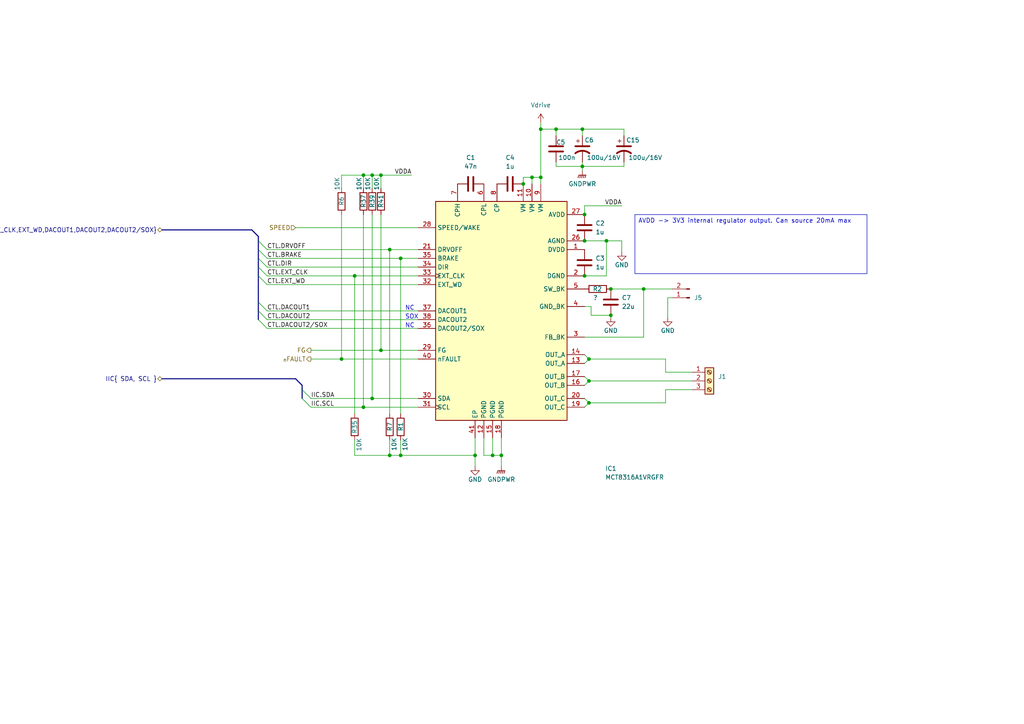
<source format=kicad_sch>
(kicad_sch (version 20231120) (generator "eeschema") (generator_version "8.0")
  (paper "A4")
  (lib_symbols
    (symbol "Connector:Conn_01x02_Pin" (pin_names (offset 1.016) hide)
      (property "Reference" "J" (at 0 2.54 0))
      (property "Value" "Conn_01x02_Pin" (at 0 -5.08 0))
      (symbol "Conn_01x02_Pin_1_1"
        (polyline (pts (xy 1.27 -2.54) (xy 0.8636 -2.54)) (stroke (width 0.1524)))
        (polyline (pts (xy 1.27 0) (xy 0.8636 0)) (stroke (width 0.1524)))
        (rectangle (start 0.8636 -2.413) (end 0 -2.667) (stroke (width 0.1524)) (fill (type outline)))
        (rectangle (start 0.8636 0.127) (end 0 -0.127) (stroke (width 0.1524)) (fill (type outline)))
        (pin passive line (at 5.08 0 180) (length 3.81) (name "Pin_1") (number "1"))
        (pin passive line (at 5.08 -2.54 180) (length 3.81) (name "Pin_2") (number "2"))
      )
    )
    (symbol "Connector:Screw_Terminal_01x03" (pin_names (offset 1.016) hide)
      (property "Reference" "J" (at 0 5.08 0))
      (property "Value" "Screw_Terminal_01x03" (at 0 -5.08 0))
      (symbol "Screw_Terminal_01x03_1_1"
        (rectangle (start -1.27 3.81) (end 1.27 -3.81) (stroke (width 0.254)) (fill (type background)))
        (circle (center 0 -2.54) (radius 0.635) (stroke (width 0.1524)))
        (polyline (pts (xy -0.5334 -2.2098) (xy 0.3302 -3.048)) (stroke (width 0.1524)))
        (polyline (pts (xy -0.5334 0.3302) (xy 0.3302 -0.508)) (stroke (width 0.1524)))
        (polyline (pts (xy -0.5334 2.8702) (xy 0.3302 2.032)) (stroke (width 0.1524)))
        (polyline (pts (xy -0.3556 -2.032) (xy 0.508 -2.8702)) (stroke (width 0.1524)))
        (polyline (pts (xy -0.3556 0.508) (xy 0.508 -0.3302)) (stroke (width 0.1524)))
        (polyline (pts (xy -0.3556 3.048) (xy 0.508 2.2098)) (stroke (width 0.1524)))
        (circle (center 0 0) (radius 0.635) (stroke (width 0.1524)))
        (circle (center 0 2.54) (radius 0.635) (stroke (width 0.1524)))
        (pin passive line (at -5.08 2.54 0) (length 3.81) (name "Pin_1") (number "1"))
        (pin passive line (at -5.08 0 0) (length 3.81) (name "Pin_2") (number "2"))
        (pin passive line (at -5.08 -2.54 0) (length 3.81) (name "Pin_3") (number "3"))
      )
    )
    (symbol "Device:C" (pin_numbers hide) (pin_names (offset 0.254))
      (property "Reference" "C" (at 0.635 2.54 0))
      (property "Value" "C" (at 0.635 -2.54 0))
      (symbol "C_0_1"
        (polyline (pts (xy -2.032 -0.762) (xy 2.032 -0.762)) (stroke (width 0.508)))
        (polyline (pts (xy -2.032 0.762) (xy 2.032 0.762)) (stroke (width 0.508)))
      )
      (symbol "C_1_1"
        (pin passive line (at 0 3.81 270) (length 2.794) (name "~") (number "1"))
        (pin passive line (at 0 -3.81 90) (length 2.794) (name "~") (number "2"))
      )
    )
    (symbol "Device:C_Polarized_US" (pin_numbers hide) (pin_names (offset 0.254) hide)
      (property "Reference" "C" (at 0.635 2.54 0))
      (property "Value" "C_Polarized_US" (at 0.635 -2.54 0))
      (symbol "C_Polarized_US_0_1"
        (polyline (pts (xy -2.032 0.762) (xy 2.032 0.762)) (stroke (width 0.508)))
        (polyline (pts (xy -1.778 2.286) (xy -0.762 2.286)))
        (polyline (pts (xy -1.27 1.778) (xy -1.27 2.794)))
        (arc (start 2.032 -1.27) (mid 0 -0.5572) (end -2.032 -1.27) (stroke (width 0.508)))
      )
      (symbol "C_Polarized_US_1_1"
        (pin passive line (at 0 3.81 270) (length 2.794) (name "~") (number "1"))
        (pin passive line (at 0 -3.81 90) (length 3.302) (name "~") (number "2"))
      )
    )
    (symbol "Device:R" (pin_numbers hide) (pin_names (offset 0))
      (property "Reference" "R" (at 2.032 0 90))
      (property "Value" "R" (at 0 0 90))
      (symbol "R_0_1"
        (rectangle (start -1.016 -2.54) (end 1.016 2.54) (stroke (width 0.254)))
      )
      (symbol "R_1_1"
        (pin passive line (at 0 3.81 270) (length 1.27) (name "~") (number "1"))
        (pin passive line (at 0 -3.81 90) (length 1.27) (name "~") (number "2"))
      )
    )
    (symbol "parts:MCT8316A1VRGFR"
      (property "Reference" "IC" (at 17.78 38.1 0))
      (property "Value" "MCT8316A1VRGFR" (at 17.78 35.56 0))
      (symbol "MCT8316A1VRGFR_1_1"
        (rectangle (start -19.05 31.75) (end 19.05 -31.75) (stroke (width 0.254)) (fill (type background)))
        (pin power_out line (at 24.13 17.78 180) (length 5.08) (name "DVDD") (number "1"))
        (pin power_in line (at 8.89 36.83 270) (length 5.08) (name "VM") (number "10"))
        (pin power_in line (at 6.35 36.83 270) (length 5.08) (name "VM") (number "11"))
        (pin power_in line (at -5.08 -36.83 90) (length 5.08) (name "PGND") (number "12"))
        (pin passive line (at 24.13 -15.24 180) (length 5.08) (name "OUT_A") (number "13"))
        (pin passive line (at 24.13 -12.7 180) (length 5.08) (name "OUT_A") (number "14"))
        (pin power_in line (at -2.54 -36.83 90) (length 5.08) (name "PGND") (number "15"))
        (pin passive line (at 24.13 -21.59 180) (length 5.08) (name "OUT_B") (number "16"))
        (pin passive line (at 24.13 -19.05 180) (length 5.08) (name "OUT_B") (number "17"))
        (pin power_in line (at 0 -36.83 90) (length 5.08) (name "PGND") (number "18"))
        (pin passive line (at 24.13 -27.94 180) (length 5.08) (name "OUT_C") (number "19"))
        (pin power_in line (at 24.13 10.16 180) (length 5.08) (name "DGND") (number "2"))
        (pin passive line (at 24.13 -25.4 180) (length 5.08) (name "OUT_C") (number "20"))
        (pin input line (at -24.13 17.78 0) (length 5.08) (name "DRVOFF") (number "21"))
        (pin no_connect line (at 43.18 -49.53 180) (length 5.08) hide (name "NC_1") (number "22"))
        (pin no_connect line (at 43.18 -46.99 180) (length 5.08) hide (name "NC_2") (number "23"))
        (pin no_connect line (at 43.18 -44.45 180) (length 5.08) hide (name "NC_3") (number "24"))
        (pin no_connect line (at 43.18 -41.91 180) (length 5.08) hide (name "NC_4") (number "25"))
        (pin power_in line (at 24.13 20.32 180) (length 5.08) (name "AGND") (number "26"))
        (pin power_out line (at 24.13 27.94 180) (length 5.08) (name "AVDD") (number "27"))
        (pin input line (at -24.13 24.13 0) (length 5.08) (name "SPEED/WAKE") (number "28"))
        (pin output line (at -24.13 -11.43 0) (length 5.08) (name "FG") (number "29"))
        (pin passive line (at 24.13 -7.62 180) (length 5.08) (name "FB_BK") (number "3"))
        (pin output line (at -24.13 -25.4 0) (length 5.08) (name "SDA") (number "30"))
        (pin input clock (at -24.13 -27.94 0) (length 5.08) (name "SCL") (number "31"))
        (pin input line (at -24.13 7.62 0) (length 5.08) (name "EXT_WD") (number "32"))
        (pin input clock (at -24.13 10.16 0) (length 5.08) (name "EXT_CLK") (number "33"))
        (pin input line (at -24.13 12.7 0) (length 5.08) (name "DIR") (number "34"))
        (pin input line (at -24.13 15.24 0) (length 5.08) (name "BRAKE") (number "35"))
        (pin output line (at -24.13 -5.08 0) (length 5.08) (name "DACOUT2/SOX") (number "36"))
        (pin output line (at -24.13 0 0) (length 5.08) (name "DACOUT1") (number "37"))
        (pin output line (at -24.13 -2.54 0) (length 5.08) (name "DACOUT2") (number "38"))
        (pin no_connect line (at 43.18 -39.37 180) (length 5.08) hide (name "NC_5") (number "39"))
        (pin power_in line (at 24.13 1.27 180) (length 5.08) (name "GND_BK") (number "4"))
        (pin output line (at -24.13 -13.97 0) (length 5.08) (name "nFAULT") (number "40"))
        (pin passive line (at -7.62 -36.83 90) (length 5.08) (name "EP") (number "41"))
        (pin passive line (at 24.13 6.35 180) (length 5.08) (name "SW_BK") (number "5"))
        (pin passive line (at -5.08 36.83 270) (length 5.08) (name "CPL") (number "6"))
        (pin passive line (at -12.7 36.83 270) (length 5.08) (name "CPH") (number "7"))
        (pin passive line (at -1.27 36.83 270) (length 5.08) (name "CP") (number "8"))
        (pin power_in line (at 11.43 36.83 270) (length 5.08) (name "VM") (number "9"))
      )
    )
    (symbol "power:GND" (power) (pin_names (offset 0))
      (property "Value" "GND" (at 0 -3.81 0))
      (symbol "GND_0_1"
        (polyline (pts (xy 0 0) (xy 0 -1.27) (xy 1.27 -1.27) (xy 0 -2.54) (xy -1.27 -1.27) (xy 0 -1.27)))
      )
      (symbol "GND_1_1"
        (pin power_in line (at 0 0 270) (length 0) hide (name "GND") (number "1"))
      )
    )
    (symbol "power:GNDPWR" (power) (pin_names (offset 0))
      (property "Value" "GNDPWR" (at 0 -3.302 0))
      (symbol "GNDPWR_0_1"
        (polyline (pts (xy 0 -1.27) (xy 0 0)))
        (polyline (pts (xy -1.016 -1.27) (xy -1.27 -2.032) (xy -1.27 -2.032)) (stroke (width 0.2032)))
        (polyline (pts (xy -0.508 -1.27) (xy -0.762 -2.032) (xy -0.762 -2.032)) (stroke (width 0.2032)))
        (polyline (pts (xy 0 -1.27) (xy -0.254 -2.032) (xy -0.254 -2.032)) (stroke (width 0.2032)))
        (polyline (pts (xy 0.508 -1.27) (xy 0.254 -2.032) (xy 0.254 -2.032)) (stroke (width 0.2032)))
        (polyline (pts (xy 1.016 -1.27) (xy -1.016 -1.27) (xy -1.016 -1.27)) (stroke (width 0.2032)))
        (polyline (pts (xy 1.016 -1.27) (xy 0.762 -2.032) (xy 0.762 -2.032) (xy 0.762 -2.032)) (stroke (width 0.2032)))
      )
      (symbol "GNDPWR_1_1"
        (pin power_in line (at 0 0 270) (length 0) hide (name "GNDPWR") (number "1"))
      )
    )
    (symbol "power:Vdrive" (power) (pin_names (offset 0))
      (property "Value" "Vdrive" (at 0 3.81 0))
      (symbol "Vdrive_0_1"
        (polyline (pts (xy -0.762 1.27) (xy 0 2.54)))
        (polyline (pts (xy 0 0) (xy 0 2.54)))
        (polyline (pts (xy 0 2.54) (xy 0.762 1.27)))
      )
      (symbol "Vdrive_1_1"
        (pin power_in line (at 0 0 90) (length 0) hide (name "Vdrive") (number "1"))
      )
    )
  )
  (junction (at 145.415 132.08))
  (junction (at 161.29 37.465))
  (junction (at 154.305 51.435))
  (junction (at 156.845 51.435))
  (junction (at 102.87 80.01))
  (junction (at 110.49 101.6))
  (junction (at 105.41 118.11))
  (junction (at 151.765 53.34))
  (junction (at 177.165 91.44))
  (junction (at 156.845 37.465))
  (junction (at 175.895 69.85))
  (junction (at 186.69 83.82))
  (junction (at 99.06 104.14))
  (junction (at 170.815 104.14))
  (junction (at 105.41 50.8))
  (junction (at 107.95 115.57))
  (junction (at 116.205 74.93))
  (junction (at 107.95 50.8))
  (junction (at 169.545 80.01))
  (junction (at 168.91 48.26))
  (junction (at 168.91 37.465))
  (junction (at 169.545 62.23))
  (junction (at 177.165 83.82))
  (junction (at 170.815 116.84))
  (junction (at 170.815 110.49))
  (junction (at 113.03 72.39))
  (junction (at 137.795 132.08))
  (junction (at 110.49 50.8))
  (junction (at 113.03 132.08))
  (junction (at 142.875 132.08))
  (junction (at 116.205 132.08))
  (junction (at 169.545 69.85))
  (bus_entry (at 74.93 92.71) (size 2.54 2.54))
  (bus_entry (at 74.93 90.17) (size 2.54 2.54))
  (bus_entry (at 74.93 72.39) (size 2.54 2.54))
  (bus_entry (at 74.93 74.93) (size 2.54 2.54))
  (bus_entry (at 74.93 87.63) (size 2.54 2.54))
  (bus_entry (at 74.93 69.85) (size 2.54 2.54))
  (bus_entry (at 87.63 115.57) (size 2.54 2.54))
  (bus_entry (at 74.93 80.01) (size 2.54 2.54))
  (bus_entry (at 74.93 77.47) (size 2.54 2.54))
  (bus_entry (at 87.63 113.03) (size 2.54 2.54))
  (wire (pts (xy 85.725 66.04) (xy 121.285 66.04)))
  (wire (pts (xy 102.87 127.635) (xy 102.87 132.08)))
  (wire (pts (xy 156.845 51.435) (xy 156.845 53.34)))
  (wire (pts (xy 137.795 127) (xy 137.795 132.08)))
  (wire (pts (xy 170.815 104.14) (xy 169.545 105.41)))
  (wire (pts (xy 107.95 62.23) (xy 107.95 115.57)))
  (wire (pts (xy 193.04 104.14) (xy 193.04 107.95)))
  (wire (pts (xy 77.47 95.25) (xy 121.285 95.25)))
  (wire (pts (xy 161.29 46.99) (xy 161.29 48.26)))
  (wire (pts (xy 77.47 77.47) (xy 121.285 77.47)))
  (wire (pts (xy 77.47 74.93) (xy 116.205 74.93)))
  (wire (pts (xy 168.91 37.465) (xy 161.29 37.465)))
  (wire (pts (xy 137.795 132.08) (xy 137.795 135.255)))
  (wire (pts (xy 154.305 53.34) (xy 154.305 51.435)))
  (wire (pts (xy 169.545 115.57) (xy 170.815 116.84)))
  (bus (pts (xy 74.93 87.63) (xy 74.93 80.01)))
  (wire (pts (xy 99.06 50.8) (xy 105.41 50.8)))
  (wire (pts (xy 156.845 35.56) (xy 156.845 37.465)))
  (wire (pts (xy 180.34 69.85) (xy 180.34 73.025)))
  (wire (pts (xy 105.41 50.8) (xy 105.41 54.61)))
  (wire (pts (xy 105.41 62.23) (xy 105.41 118.11)))
  (wire (pts (xy 107.95 50.8) (xy 107.95 54.61)))
  (wire (pts (xy 171.45 88.9) (xy 171.45 91.44)))
  (wire (pts (xy 180.975 37.465) (xy 168.91 37.465)))
  (bus (pts (xy 73.025 66.675) (xy 74.93 68.58)))
  (wire (pts (xy 110.49 50.8) (xy 119.38 50.8)))
  (bus (pts (xy 87.63 113.03) (xy 87.63 111.76)))
  (wire (pts (xy 90.17 115.57) (xy 107.95 115.57)))
  (bus (pts (xy 74.93 80.01) (xy 74.93 77.47)))
  (wire (pts (xy 116.205 74.93) (xy 121.285 74.93)))
  (wire (pts (xy 175.895 80.01) (xy 175.895 69.85)))
  (wire (pts (xy 77.47 92.71) (xy 121.285 92.71)))
  (wire (pts (xy 169.545 97.79) (xy 186.69 97.79)))
  (wire (pts (xy 105.41 50.8) (xy 107.95 50.8)))
  (bus (pts (xy 46.99 109.855) (xy 85.725 109.855)))
  (bus (pts (xy 74.93 90.17) (xy 74.93 87.63)))
  (wire (pts (xy 169.545 59.69) (xy 180.34 59.69)))
  (wire (pts (xy 161.29 48.26) (xy 168.91 48.26)))
  (wire (pts (xy 102.87 80.01) (xy 102.87 120.015)))
  (wire (pts (xy 180.975 48.26) (xy 168.91 48.26)))
  (wire (pts (xy 116.205 132.08) (xy 137.795 132.08)))
  (wire (pts (xy 99.06 54.61) (xy 99.06 50.8)))
  (wire (pts (xy 90.17 104.14) (xy 99.06 104.14)))
  (wire (pts (xy 169.545 88.9) (xy 171.45 88.9)))
  (wire (pts (xy 168.91 39.37) (xy 168.91 37.465)))
  (wire (pts (xy 170.815 104.14) (xy 193.04 104.14)))
  (bus (pts (xy 74.93 77.47) (xy 74.93 74.93)))
  (wire (pts (xy 170.815 110.49) (xy 200.66 110.49)))
  (wire (pts (xy 171.45 91.44) (xy 177.165 91.44)))
  (wire (pts (xy 90.17 118.11) (xy 105.41 118.11)))
  (wire (pts (xy 140.335 132.08) (xy 142.875 132.08)))
  (wire (pts (xy 116.205 127.635) (xy 116.205 132.08)))
  (wire (pts (xy 142.875 132.08) (xy 145.415 132.08)))
  (wire (pts (xy 113.03 72.39) (xy 121.285 72.39)))
  (wire (pts (xy 193.675 86.36) (xy 193.675 92.075)))
  (bus (pts (xy 74.93 74.93) (xy 74.93 72.39)))
  (bus (pts (xy 87.63 115.57) (xy 87.63 113.03)))
  (wire (pts (xy 169.545 102.87) (xy 170.815 104.14)))
  (wire (pts (xy 145.415 132.08) (xy 145.415 135.255)))
  (wire (pts (xy 154.305 51.435) (xy 151.765 51.435)))
  (wire (pts (xy 170.815 110.49) (xy 169.545 111.76)))
  (wire (pts (xy 194.945 86.36) (xy 193.675 86.36)))
  (wire (pts (xy 151.765 51.435) (xy 151.765 53.34)))
  (wire (pts (xy 140.335 127) (xy 140.335 132.08)))
  (wire (pts (xy 107.95 115.57) (xy 121.285 115.57)))
  (wire (pts (xy 168.91 48.26) (xy 168.91 49.53)))
  (wire (pts (xy 110.49 62.23) (xy 110.49 101.6)))
  (wire (pts (xy 168.91 48.26) (xy 168.91 46.99)))
  (wire (pts (xy 186.69 83.82) (xy 194.945 83.82)))
  (wire (pts (xy 105.41 118.11) (xy 121.285 118.11)))
  (wire (pts (xy 177.165 83.82) (xy 186.69 83.82)))
  (wire (pts (xy 180.975 46.99) (xy 180.975 48.26)))
  (wire (pts (xy 113.03 72.39) (xy 113.03 120.015)))
  (wire (pts (xy 99.06 104.14) (xy 121.285 104.14)))
  (wire (pts (xy 77.47 80.01) (xy 102.87 80.01)))
  (wire (pts (xy 156.845 37.465) (xy 156.845 51.435)))
  (wire (pts (xy 169.545 69.85) (xy 175.895 69.85)))
  (bus (pts (xy 74.93 72.39) (xy 74.93 69.85)))
  (wire (pts (xy 102.87 132.08) (xy 113.03 132.08)))
  (wire (pts (xy 193.04 107.95) (xy 200.66 107.95)))
  (wire (pts (xy 177.165 92.075) (xy 177.165 91.44)))
  (wire (pts (xy 154.305 51.435) (xy 156.845 51.435)))
  (wire (pts (xy 102.87 80.01) (xy 121.285 80.01)))
  (wire (pts (xy 169.545 109.22) (xy 170.815 110.49)))
  (wire (pts (xy 193.04 113.03) (xy 200.66 113.03)))
  (wire (pts (xy 90.17 101.6) (xy 110.49 101.6)))
  (wire (pts (xy 142.875 127) (xy 142.875 132.08)))
  (wire (pts (xy 99.06 62.23) (xy 99.06 104.14)))
  (wire (pts (xy 175.895 69.85) (xy 180.34 69.85)))
  (wire (pts (xy 169.545 80.01) (xy 175.895 80.01)))
  (wire (pts (xy 107.95 50.8) (xy 110.49 50.8)))
  (wire (pts (xy 161.29 39.37) (xy 161.29 37.465)))
  (wire (pts (xy 170.815 116.84) (xy 193.04 116.84)))
  (bus (pts (xy 46.99 66.675) (xy 73.025 66.675)))
  (wire (pts (xy 169.545 59.69) (xy 169.545 62.23)))
  (wire (pts (xy 110.49 50.8) (xy 110.49 54.61)))
  (wire (pts (xy 116.205 74.93) (xy 116.205 120.015)))
  (wire (pts (xy 145.415 132.08) (xy 145.415 127)))
  (wire (pts (xy 186.69 97.79) (xy 186.69 83.82)))
  (wire (pts (xy 113.03 127.635) (xy 113.03 132.08)))
  (wire (pts (xy 113.03 132.08) (xy 116.205 132.08)))
  (wire (pts (xy 180.975 39.37) (xy 180.975 37.465)))
  (wire (pts (xy 77.47 90.17) (xy 121.285 90.17)))
  (wire (pts (xy 161.29 37.465) (xy 156.845 37.465)))
  (bus (pts (xy 74.93 68.58) (xy 74.93 69.85)))
  (wire (pts (xy 110.49 101.6) (xy 121.285 101.6)))
  (bus (pts (xy 87.63 111.76) (xy 85.725 109.855)))
  (wire (pts (xy 170.815 116.84) (xy 169.545 118.11)))
  (wire (pts (xy 193.04 116.84) (xy 193.04 113.03)))
  (bus (pts (xy 74.93 92.71) (xy 74.93 90.17)))
  (wire (pts (xy 77.47 82.55) (xy 121.285 82.55)))
  (wire (pts (xy 77.47 72.39) (xy 113.03 72.39)))
  (text_box "AVDD -> 3V3 internal regulator output. Can source 20mA max" (at 184.15 62.23 0) (size 67.31 17.145) (effects (font (size 1.27 1.27)) (justify left top)))
  (text "SOX" (at 117.475 92.71 0) (effects (font (size 1.27 1.27)) (justify left bottom)))
  (text "NC" (at 117.475 90.17 0) (effects (font (size 1.27 1.27)) (justify left bottom)))
  (text "NC" (at 117.475 95.25 0) (effects (font (size 1.27 1.27)) (justify left bottom)))
  (label "VDDA" (at 180.34 59.69 180))
  (label "CTL.DIR" (at 77.47 77.47 0))
  (label "VDDA" (at 119.38 50.8 180))
  (label "CTL.DACOUT1" (at 77.47 90.17 0))
  (label "CTL.DACOUT2{slash}SOX" (at 77.47 95.25 0))
  (label "CTL.EXT_CLK" (at 77.47 80.01 0))
  (label "IIC.SCL" (at 90.17 118.11 0))
  (label "CTL.EXT_WD" (at 77.47 82.55 0))
  (label "IIC.SDA" (at 90.17 115.57 0))
  (label "CTL.DRVOFF" (at 77.47 72.39 0))
  (label "CTL.DACOUT2" (at 77.47 92.71 0))
  (label "CTL.BRAKE" (at 77.47 74.93 0))
  (hierarchical_label "CTL{DRVOFF,BRAKE,DIR,EXT_CLK,EXT_WD,DACOUT1,DACOUT2,DACOUT2{slash}SOX}" (shape bidirectional) (at 46.99 66.675 180))
  (hierarchical_label "SPEED" (shape input) (at 85.725 66.04 180))
  (hierarchical_label "IIC{ SDA, SCL }" (shape bidirectional) (at 46.99 109.855 180))
  (hierarchical_label "FG" (shape output) (at 90.17 101.6 180))
  (hierarchical_label "_{n}FAULT" (shape output) (at 90.17 104.14 180))
  (symbol (lib_id "Device:C") (at 169.545 66.04 180) (unit 1)
    (property "Reference" "C2" (at 172.72 64.77 0) (effects (justify right)))
    (property "Value" "1u" (at 172.72 67.31 0) (effects (justify right)))
    (property "Footprint" "Capacitor_SMD:C_0402_1005Metric" (effects (hide yes)))
    (instances (project "BLCD_BerdAir" (path "" (reference "C2") (unit 1)) (path "" (reference "C12") (unit 1))))
  )
  (symbol (lib_id "power:GNDPWR") (at 168.91 49.53 0) (unit 1)
    (property "Reference" "#PWR010" (effects (hide yes)))
    (property "Value" "GNDPWR" (at 168.91 53.34 0))
    (instances (project "BLCD_BerdAir" (path "" (reference "#PWR010") (unit 1)) (path "" (reference "#PWR015") (unit 1))))
  )
  (symbol (lib_id "Device:C") (at 161.29 43.18 180) (unit 1)
    (property "Reference" "C5" (at 161.29 41.275 0) (effects (justify right)))
    (property "Value" "100n" (at 161.925 45.72 0) (effects (justify right)))
    (property "Footprint" "Capacitor_SMD:C_0603_1608Metric" (effects (hide yes)))
    (instances (project "BLCD_BerdAir" (path "" (reference "C5") (unit 1)) (path "" (reference "C10") (unit 1))))
  )
  (symbol (lib_id "Device:C_Polarized_US") (at 168.91 43.18 0) (unit 1)
    (property "Reference" "C6" (at 169.545 40.64 0) (effects (justify left)))
    (property "Value" "100u/16V" (at 170.18 45.72 0) (effects (justify left)))
    (property "Footprint" "Capacitor_Tantalum_SMD:CP_EIA-7132-28_AVX-C" (effects (hide yes)))
    (instances (project "BLCD_BerdAir" (path "" (reference "C6") (unit 1)) (path "" (reference "C11") (unit 1))))
  )
  (symbol (lib_id "power:GND") (at 177.165 92.075 0) (unit 1)
    (property "Reference" "#PWR04" (effects (hide yes)))
    (property "Value" "GND" (at 177.165 95.885 0))
    (instances (project "BLCD_BerdAir" (path "" (reference "#PWR04") (unit 1)) (path "" (reference "#PWR017") (unit 1))))
  )
  (symbol (lib_id "Device:R") (at 99.06 58.42 0) (unit 1)
    (property "Reference" "R6" (at 99.06 59.69 90) (effects (justify left)))
    (property "Value" "10K" (at 97.79 55.245 90) (effects (justify left)))
    (property "Footprint" "Resistor_SMD:R_0402_1005Metric" (effects (hide yes)))
    (instances (project "BLCD_BerdAir" (path "" (reference "R6") (unit 1)) (path "" (reference "R3") (unit 1))))
  )
  (symbol (lib_id "Connector:Conn_01x02_Pin") (at 200.025 86.36 180) (unit 1)
    (property "Reference" "J5" (at 201.295 86.36 0) (effects (justify right)))
    (property "Value" "Conn_01x02_Pin" (effects (hide yes)))
    (property "Footprint" "Connector_PinHeader_1.27mm:PinHeader_1x02_P1.27mm_Vertical" (effects (hide yes)))
    (instances (project "BLCD_BerdAir" (path "" (reference "J5") (unit 1)) (path "" (reference "J6") (unit 1))))
  )
  (symbol (lib_id "Device:C_Polarized_US") (at 180.975 43.18 0) (unit 1)
    (property "Reference" "C15" (at 181.61 40.64 0) (effects (justify left)))
    (property "Value" "100u/16V" (at 182.245 45.72 0) (effects (justify left)))
    (property "Footprint" "Capacitor_Tantalum_SMD:CP_EIA-7132-28_AVX-C" (effects (hide yes)))
    (instances (project "BLCD_BerdAir" (path "" (reference "C15") (unit 1)) (path "" (reference "C16") (unit 1))))
  )
  (symbol (lib_id "Device:R") (at 110.49 58.42 0) (unit 1)
    (property "Reference" "R41" (at 110.49 60.325 90) (effects (justify left)))
    (property "Value" "10K" (at 109.22 55.245 90) (effects (justify left)))
    (property "Footprint" "Resistor_SMD:R_0402_1005Metric" (effects (hide yes)))
    (instances (project "BLCD_BerdAir" (path "" (reference "R41") (unit 1)) (path "" (reference "R42") (unit 1))))
  )
  (symbol (lib_id "Device:R") (at 173.355 83.82 90) (unit 1)
    (property "Reference" "R2" (at 174.625 83.82 90) (effects (justify left)))
    (property "Value" "?" (at 173.355 86.36 90) (effects (justify left)))
    (property "Footprint" "Resistor_SMD:R_1210_3225Metric" (effects (hide yes)))
    (instances (project "BLCD_BerdAir" (path "" (reference "R2") (unit 1)) (path "" (reference "R8") (unit 1))))
  )
  (symbol (lib_id "Device:C") (at 169.545 76.2 180) (unit 1)
    (property "Reference" "C3" (at 172.72 74.93 0) (effects (justify right)))
    (property "Value" "1u" (at 172.72 77.47 0) (effects (justify right)))
    (property "Footprint" "Capacitor_SMD:C_0402_1005Metric" (effects (hide yes)))
    (instances (project "BLCD_BerdAir" (path "" (reference "C3") (unit 1)) (path "" (reference "C13") (unit 1))))
  )
  (symbol (lib_id "power:GND") (at 137.795 135.255 0) (unit 1)
    (property "Reference" "#PWR09" (effects (hide yes)))
    (property "Value" "GND" (at 137.795 139.065 0))
    (instances (project "BLCD_BerdAir" (path "" (reference "#PWR09") (unit 1)) (path "" (reference "#PWR012") (unit 1))))
  )
  (symbol (lib_id "parts:MCT8316A1VRGFR") (at 145.415 90.17 0) (unit 1)
    (property "Reference" "IC1" (at 175.5491 135.89 0) (effects (justify left)))
    (property "Value" "MCT8316A1VRGFR" (at 175.5491 138.43 0) (effects (justify left)))
    (property "Footprint" "parts:QFN50P500X700X100-41N-D" (effects (hide yes)))
    (property "Datasheet" "https://www.ti.com/lit/gpn/mct8316a" (effects (hide yes)))
    (property "Height" "1" (effects (hide yes)))
    (property "Manufacturer_Name" "Texas Instruments" (effects (hide yes)))
    (property "Manufacturer_Part_Number" "MCT8316A1VRGFR" (effects (hide yes)))
    (property "Mouser Part Number" "595-MCT8316A1VRGFR" (effects (hide yes)))
    (property "Mouser Price/Stock" "https://www.mouser.co.uk/ProductDetail/Texas-Instruments/MCT8316A1VRGFR?qs=rSMjJ%252B1ewcSMvl4Q8e7VVQ%3D%3D" (effects (hide yes)))
    (property "Arrow Part Number" "MCT8316A1VRGFR" (effects (hide yes)))
    (property "Arrow Price/Stock" "https://www.arrow.com/en/products/mct8316a1vrgfr/texas-instruments?region=nac" (effects (hide yes)))
    (property "mouser" "https://www.mouser.bg/ProductDetail/Texas-Instruments/MCT8316A1VRGFR?qs=rSMjJ%252B1ewcSMvl4Q8e7VVQ%3D%3D" (effects (hide yes)))
    (instances (project "BLCD_BerdAir" (path "" (reference "IC1") (unit 1)) (path "" (reference "IC2") (unit 1))))
  )
  (symbol (lib_id "Device:R") (at 116.205 123.825 0) (unit 1)
    (property "Reference" "R1" (at 116.205 125.095 90) (effects (justify left)))
    (property "Value" "10K" (at 117.475 130.81 90) (effects (justify left)))
    (property "Footprint" "Resistor_SMD:R_0402_1005Metric" (effects (hide yes)))
    (instances (project "BLCD_BerdAir" (path "" (reference "R1") (unit 1)) (path "" (reference "R5") (unit 1))))
  )
  (symbol (lib_id "power:GNDPWR") (at 145.415 135.255 0) (unit 1)
    (property "Reference" "#PWR08" (effects (hide yes)))
    (property "Value" "GNDPWR" (at 145.415 139.065 0))
    (instances (project "BLCD_BerdAir" (path "" (reference "#PWR08") (unit 1)) (path "" (reference "#PWR013") (unit 1))))
  )
  (symbol (lib_id "power:GND") (at 193.675 92.075 0) (unit 1)
    (property "Reference" "#PWR01" (effects (hide yes)))
    (property "Value" "GND" (at 193.675 95.885 0))
    (instances (project "BLCD_BerdAir" (path "" (reference "#PWR01") (unit 1)) (path "" (reference "#PWR05") (unit 1))))
  )
  (symbol (lib_id "Device:R") (at 107.95 58.42 0) (unit 1)
    (property "Reference" "R39" (at 107.95 60.325 90) (effects (justify left)))
    (property "Value" "10K" (at 106.68 55.245 90) (effects (justify left)))
    (property "Footprint" "Resistor_SMD:R_0402_1005Metric" (effects (hide yes)))
    (instances (project "BLCD_BerdAir" (path "" (reference "R39") (unit 1)) (path "" (reference "R40") (unit 1))))
  )
  (symbol (lib_id "Device:R") (at 102.87 123.825 0) (mirror x) (unit 1)
    (property "Reference" "R35" (at 102.87 121.92 90) (effects (justify left)))
    (property "Value" "10K" (at 104.14 127 90) (effects (justify left)))
    (property "Footprint" "Resistor_SMD:R_0402_1005Metric" (effects (hide yes)))
    (instances (project "BLCD_BerdAir" (path "" (reference "R35") (unit 1)) (path "" (reference "R36") (unit 1))))
  )
  (symbol (lib_id "Device:C") (at 177.165 87.63 180) (unit 1)
    (property "Reference" "C7" (at 180.34 86.36 0) (effects (justify right)))
    (property "Value" "22u" (at 180.34 88.9 0) (effects (justify right)))
    (property "Footprint" "Capacitor_SMD:C_0603_1608Metric" (effects (hide yes)))
    (instances (project "BLCD_BerdAir" (path "" (reference "C7") (unit 1)) (path "" (reference "C14") (unit 1))))
  )
  (symbol (lib_id "Device:C") (at 136.525 53.34 90) (unit 1)
    (property "Reference" "C1" (at 136.525 45.72 90))
    (property "Value" "47n" (at 136.525 48.26 90))
    (property "Footprint" "Capacitor_SMD:C_0402_1005Metric" (effects (hide yes)))
    (instances (project "BLCD_BerdAir" (path "" (reference "C1") (unit 1)) (path "" (reference "C8") (unit 1))))
  )
  (symbol (lib_id "power:GND") (at 180.34 73.025 0) (unit 1)
    (property "Reference" "#PWR07" (effects (hide yes)))
    (property "Value" "GND" (at 180.34 76.835 0))
    (instances (project "BLCD_BerdAir" (path "" (reference "#PWR07") (unit 1)) (path "" (reference "#PWR018") (unit 1))))
  )
  (symbol (lib_id "Device:C") (at 147.955 53.34 90) (unit 1)
    (property "Reference" "C4" (at 147.955 45.72 90))
    (property "Value" "1u" (at 147.955 48.26 90))
    (property "Footprint" "Capacitor_SMD:C_0402_1005Metric" (effects (hide yes)))
    (instances (project "BLCD_BerdAir" (path "" (reference "C4") (unit 1)) (path "" (reference "C9") (unit 1))))
  )
  (symbol (lib_id "power:Vdrive") (at 156.845 35.56 0) (unit 1)
    (property "Reference" "#PWR03" (effects (hide yes)))
    (property "Value" "Vdrive" (at 156.845 30.48 0))
    (instances (project "BLCD_BerdAir" (path "" (reference "#PWR03") (unit 1)) (path "" (reference "#PWR014") (unit 1))))
  )
  (symbol (lib_id "Device:R") (at 113.03 123.825 0) (unit 1)
    (property "Reference" "R7" (at 113.03 125.095 90) (effects (justify left)))
    (property "Value" "10K" (at 114.3 130.81 90) (effects (justify left)))
    (property "Footprint" "Resistor_SMD:R_0402_1005Metric" (effects (hide yes)))
    (instances (project "BLCD_BerdAir" (path "" (reference "R7") (unit 1)) (path "" (reference "R4") (unit 1))))
  )
  (symbol (lib_id "Device:R") (at 105.41 58.42 0) (unit 1)
    (property "Reference" "R37" (at 105.41 60.325 90) (effects (justify left)))
    (property "Value" "10K" (at 104.14 55.245 90) (effects (justify left)))
    (property "Footprint" "Resistor_SMD:R_0402_1005Metric" (effects (hide yes)))
    (instances (project "BLCD_BerdAir" (path "" (reference "R37") (unit 1)) (path "" (reference "R38") (unit 1))))
  )
  (symbol (lib_id "Connector:Screw_Terminal_01x03") (at 205.74 110.49 0) (unit 1)
    (property "Reference" "J1" (at 208.28 109.22 0) (effects (justify left)))
    (property "Value" "Screw_Terminal_01x03" (effects (hide yes)))
    (property "Footprint" "TerminalBlock_Phoenix:TerminalBlock_Phoenix_MKDS-1,5-3-5.08_1x03_P5.08mm_Horizontal" (effects (hide yes)))
    (instances (project "BLCD_BerdAir" (path "" (reference "J1") (unit 1)) (path "" (reference "J2") (unit 1))))
  )
)
</source>
